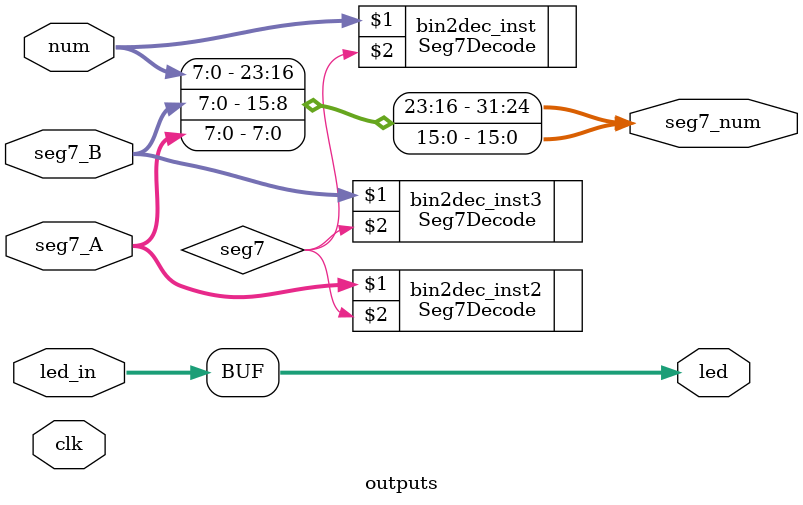
<source format=v>
module outputs(led_in,seg7_A,seg7_B,seg7_num,clk,num,led);
	input clk;
	input [7:0] num;
	input [7:0]seg7_A;
	input [7:0]seg7_B;
	input [9:0]led_in;
	output reg [31:0] seg7_num;
	output reg [9:0]led;
	
	Seg7Decode bin2dec_inst(num, seg7);
	Seg7Decode bin2dec_inst2(seg7_A, seg7);
	Seg7Decode bin2dec_inst3(seg7_B, seg7);
	
	always@(num) begin
		seg7_num[7:0]<=seg7_A;
		seg7_num[15:8]<=seg7_B;
		seg7_num[31:24]<=num;
		led<=led_in;
	end
endmodule
</source>
